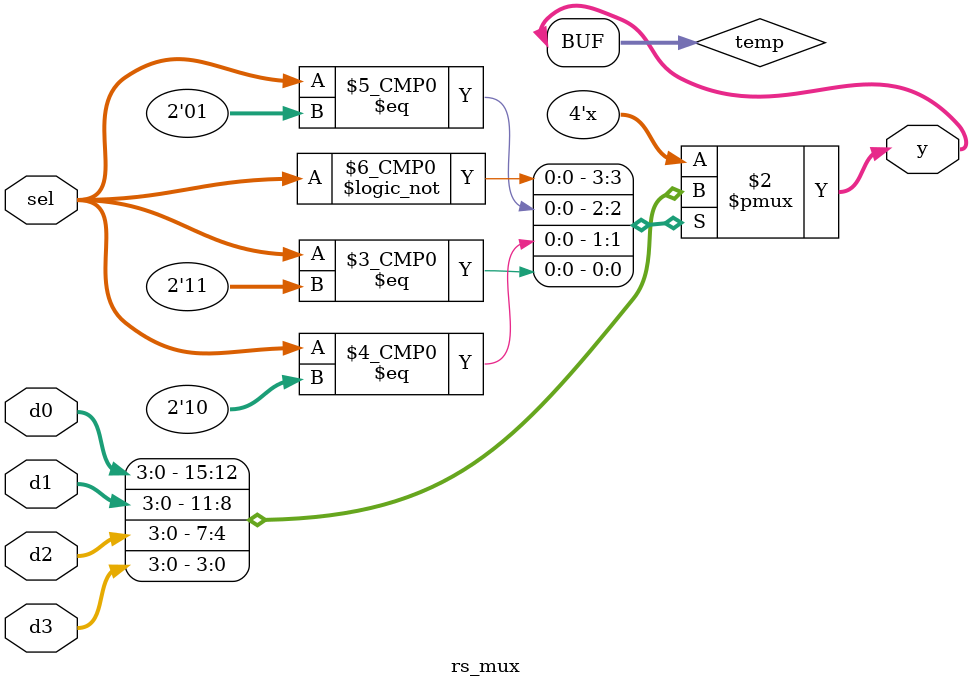
<source format=v>
module rs_mux(
	input [3:0] d0,
	input [3:0] d1,
	input [3:0] d2,
	input [3:0] d3,
	input [1:0] sel,
	output [3:0] y
	);
	
	reg [3:0] temp;
	always @(*)begin
		case(sel)
			0:temp = d0;
			1:temp = d1;
			2:temp = d2;
			3:temp = d3;
		endcase
	end
	assign y = temp;

endmodule




</source>
